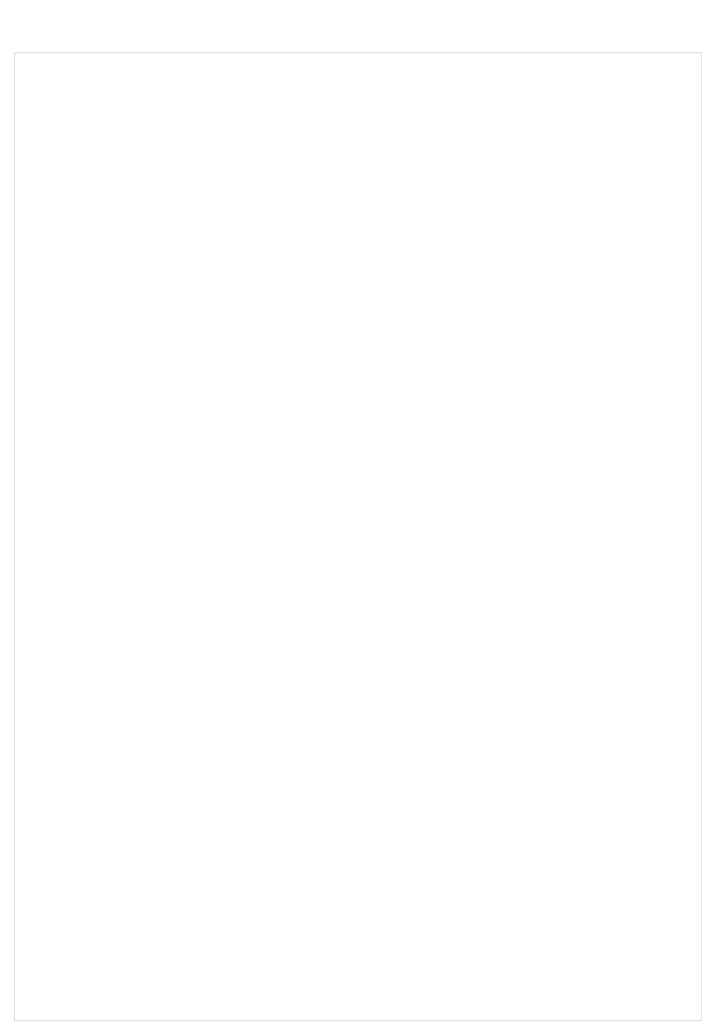
<source format=kicad_pcb>
(kicad_pcb (version 20211014) (generator pcbnew)
  (layers (0 "F.Cu" signal) (31 "B.Cu" signal) (34 "B.Paste" user) (35 "F.Paste" user) (36 "B.SilkS" user "B.Silkscreen") (37 "F.SilkS" user "F.Silkscreen") (38 "B.Mask" user) (39 "F.Mask" user) (44 "Edge.Cuts" user))
  (net 0 "")
  (footprint "MountingHole:MountingHole_3.2mm_M3" (layer "F.Cu") (at 5.08 125.5)
    (fp_text reference "REF**" hide)
    (fp_text value "MountingHole_3.2mm_M3" hide)
    (pad "" np_thru_hole oval locked (at 0 0) (size 7 3.2) (drill oval 7 3.2) (layers F&B.Cu *.Mask))
  )
  (footprint "MountingHole:MountingHole_3.2mm_M3" (layer "F.Cu") (at 86.22 125.5)
    (fp_text reference "REF**" hide)
    (fp_text value "MountingHole_3.2mm_M3" hide)
    (pad "" np_thru_hole oval locked (at 0 0) (size 7 3.2) (drill oval 7 3.2) (layers F&B.Cu *.Mask))
  )
  (footprint "MountingHole:MountingHole_3.2mm_M3" (layer "F.Cu") (at 86.22 3)
    (fp_text reference "REF**" hide)
    (fp_text value "MountingHole_3.2mm_M3" hide)
    (pad "" np_thru_hole oval locked (at 0 0) (size 7 3.2) (drill oval 7 3.2) (layers F&B.Cu *.Mask))
  )
  (footprint "MountingHole:MountingHole_3.2mm_M3" (layer "F.Cu") (at 5.08 3)
    (fp_text reference "REF**" hide)
    (fp_text value "MountingHole_3.2mm_M3" hide)
    (pad "" np_thru_hole oval locked (at 0 0) (size 7 3.2) (drill oval 7 3.2) (layers F&B.Cu *.Mask))
  )
  (gr_line (start 91.3 0) (end 91.3 128.5) (layer "Edge.Cuts") (width 0.1))
  (gr_line (start 0 128.5) (end 0 0) (layer "Edge.Cuts") (width 0.1))
  (gr_line (start 0 0) (end 91.3 0) (layer "Edge.Cuts") (width 0.1))
  (gr_line (start 91.3 128.5) (end 0 128.5) (layer "Edge.Cuts") (width 0.1))
)
</source>
